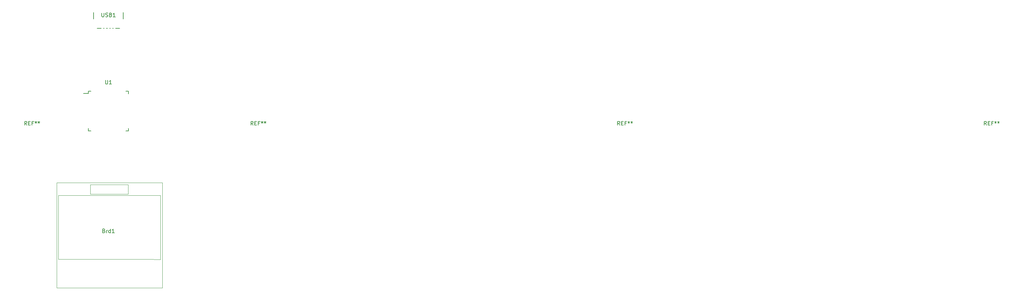
<source format=gto>
%TF.GenerationSoftware,KiCad,Pcbnew,5.1.6*%
%TF.CreationDate,2020-06-24T16:04:00+02:00*%
%TF.ProjectId,cheap_boi,63686561-705f-4626-9f69-2e6b69636164,rev?*%
%TF.SameCoordinates,Original*%
%TF.FileFunction,Legend,Top*%
%TF.FilePolarity,Positive*%
%FSLAX46Y46*%
G04 Gerber Fmt 4.6, Leading zero omitted, Abs format (unit mm)*
G04 Created by KiCad (PCBNEW 5.1.6) date 2020-06-24 16:04:00*
%MOMM*%
%LPD*%
G01*
G04 APERTURE LIST*
%ADD10C,0.120000*%
%ADD11C,0.150000*%
%ADD12C,1.850000*%
%ADD13C,4.087800*%
%ADD14C,5.400000*%
%ADD15O,1.700000X2.100000*%
%ADD16O,1.800000X2.800000*%
%ADD17R,0.600000X2.350000*%
%ADD18R,0.650000X1.600000*%
%ADD19R,1.600000X0.650000*%
G04 APERTURE END LIST*
D10*
%TO.C,Brd1*%
X115055600Y-83845900D02*
X114801600Y-83857900D01*
X115055600Y-100482900D02*
X115055600Y-83845900D01*
X111715600Y-100457900D02*
X115055600Y-100482900D01*
X111715600Y-83857900D02*
X114801600Y-83857900D01*
X96894600Y-81051900D02*
X96894600Y-83464900D01*
X106673600Y-83464900D02*
X96894600Y-83464900D01*
X106673600Y-81051900D02*
X106673600Y-83464900D01*
X96894600Y-81051900D02*
X106673600Y-81051900D01*
X88615600Y-83857900D02*
X111715600Y-83857900D01*
X88615600Y-100457900D02*
X88615600Y-83857900D01*
X111715600Y-100457900D02*
X88615600Y-100457900D01*
X88193600Y-107862900D02*
X88193600Y-80562900D01*
X115593600Y-107862900D02*
X88193600Y-107862900D01*
X115593600Y-80562900D02*
X115593600Y-107862900D01*
X88193600Y-80562900D02*
X115593600Y-80562900D01*
D11*
%TO.C,USB1*%
X105443600Y-34922800D02*
X105443600Y-40372800D01*
X97743600Y-34922800D02*
X97743600Y-40372800D01*
X105443600Y-40372800D02*
X97743600Y-40372800D01*
%TO.C,U1*%
X96418600Y-57308600D02*
X95143600Y-57308600D01*
X106768600Y-56733600D02*
X106093600Y-56733600D01*
X106768600Y-67083600D02*
X106093600Y-67083600D01*
X96418600Y-67083600D02*
X97093600Y-67083600D01*
X96418600Y-56733600D02*
X97093600Y-56733600D01*
X96418600Y-67083600D02*
X96418600Y-66408600D01*
X106768600Y-67083600D02*
X106768600Y-66408600D01*
X106768600Y-56733600D02*
X106768600Y-57408600D01*
X96418600Y-56733600D02*
X96418600Y-57308600D01*
%TO.C,REF\u002A\u002A*%
X329639566Y-65585380D02*
X329306233Y-65109190D01*
X329068138Y-65585380D02*
X329068138Y-64585380D01*
X329449090Y-64585380D01*
X329544328Y-64633000D01*
X329591947Y-64680619D01*
X329639566Y-64775857D01*
X329639566Y-64918714D01*
X329591947Y-65013952D01*
X329544328Y-65061571D01*
X329449090Y-65109190D01*
X329068138Y-65109190D01*
X330068138Y-65061571D02*
X330401471Y-65061571D01*
X330544328Y-65585380D02*
X330068138Y-65585380D01*
X330068138Y-64585380D01*
X330544328Y-64585380D01*
X331306233Y-65061571D02*
X330972900Y-65061571D01*
X330972900Y-65585380D02*
X330972900Y-64585380D01*
X331449090Y-64585380D01*
X331972900Y-64585380D02*
X331972900Y-64823476D01*
X331734804Y-64728238D02*
X331972900Y-64823476D01*
X332210995Y-64728238D01*
X331830042Y-65013952D02*
X331972900Y-64823476D01*
X332115757Y-65013952D01*
X332734804Y-64585380D02*
X332734804Y-64823476D01*
X332496709Y-64728238D02*
X332734804Y-64823476D01*
X332972900Y-64728238D01*
X332591947Y-65013952D02*
X332734804Y-64823476D01*
X332877661Y-65013952D01*
X234395566Y-65585380D02*
X234062233Y-65109190D01*
X233824138Y-65585380D02*
X233824138Y-64585380D01*
X234205090Y-64585380D01*
X234300328Y-64633000D01*
X234347947Y-64680619D01*
X234395566Y-64775857D01*
X234395566Y-64918714D01*
X234347947Y-65013952D01*
X234300328Y-65061571D01*
X234205090Y-65109190D01*
X233824138Y-65109190D01*
X234824138Y-65061571D02*
X235157471Y-65061571D01*
X235300328Y-65585380D02*
X234824138Y-65585380D01*
X234824138Y-64585380D01*
X235300328Y-64585380D01*
X236062233Y-65061571D02*
X235728900Y-65061571D01*
X235728900Y-65585380D02*
X235728900Y-64585380D01*
X236205090Y-64585380D01*
X236728900Y-64585380D02*
X236728900Y-64823476D01*
X236490804Y-64728238D02*
X236728900Y-64823476D01*
X236966995Y-64728238D01*
X236586042Y-65013952D02*
X236728900Y-64823476D01*
X236871757Y-65013952D01*
X237490804Y-64585380D02*
X237490804Y-64823476D01*
X237252709Y-64728238D02*
X237490804Y-64823476D01*
X237728900Y-64728238D01*
X237347947Y-65013952D02*
X237490804Y-64823476D01*
X237633661Y-65013952D01*
X139166666Y-65585380D02*
X138833333Y-65109190D01*
X138595238Y-65585380D02*
X138595238Y-64585380D01*
X138976190Y-64585380D01*
X139071428Y-64633000D01*
X139119047Y-64680619D01*
X139166666Y-64775857D01*
X139166666Y-64918714D01*
X139119047Y-65013952D01*
X139071428Y-65061571D01*
X138976190Y-65109190D01*
X138595238Y-65109190D01*
X139595238Y-65061571D02*
X139928571Y-65061571D01*
X140071428Y-65585380D02*
X139595238Y-65585380D01*
X139595238Y-64585380D01*
X140071428Y-64585380D01*
X140833333Y-65061571D02*
X140500000Y-65061571D01*
X140500000Y-65585380D02*
X140500000Y-64585380D01*
X140976190Y-64585380D01*
X141500000Y-64585380D02*
X141500000Y-64823476D01*
X141261904Y-64728238D02*
X141500000Y-64823476D01*
X141738095Y-64728238D01*
X141357142Y-65013952D02*
X141500000Y-64823476D01*
X141642857Y-65013952D01*
X142261904Y-64585380D02*
X142261904Y-64823476D01*
X142023809Y-64728238D02*
X142261904Y-64823476D01*
X142500000Y-64728238D01*
X142119047Y-65013952D02*
X142261904Y-64823476D01*
X142404761Y-65013952D01*
X80417766Y-65585380D02*
X80084433Y-65109190D01*
X79846338Y-65585380D02*
X79846338Y-64585380D01*
X80227290Y-64585380D01*
X80322528Y-64633000D01*
X80370147Y-64680619D01*
X80417766Y-64775857D01*
X80417766Y-64918714D01*
X80370147Y-65013952D01*
X80322528Y-65061571D01*
X80227290Y-65109190D01*
X79846338Y-65109190D01*
X80846338Y-65061571D02*
X81179671Y-65061571D01*
X81322528Y-65585380D02*
X80846338Y-65585380D01*
X80846338Y-64585380D01*
X81322528Y-64585380D01*
X82084433Y-65061571D02*
X81751100Y-65061571D01*
X81751100Y-65585380D02*
X81751100Y-64585380D01*
X82227290Y-64585380D01*
X82751100Y-64585380D02*
X82751100Y-64823476D01*
X82513004Y-64728238D02*
X82751100Y-64823476D01*
X82989195Y-64728238D01*
X82608242Y-65013952D02*
X82751100Y-64823476D01*
X82893957Y-65013952D01*
X83513004Y-64585380D02*
X83513004Y-64823476D01*
X83274909Y-64728238D02*
X83513004Y-64823476D01*
X83751100Y-64728238D01*
X83370147Y-65013952D02*
X83513004Y-64823476D01*
X83655861Y-65013952D01*
%TO.C,Brd1*%
X100426933Y-93045471D02*
X100569790Y-93093090D01*
X100617409Y-93140709D01*
X100665028Y-93235947D01*
X100665028Y-93378804D01*
X100617409Y-93474042D01*
X100569790Y-93521661D01*
X100474552Y-93569280D01*
X100093600Y-93569280D01*
X100093600Y-92569280D01*
X100426933Y-92569280D01*
X100522171Y-92616900D01*
X100569790Y-92664519D01*
X100617409Y-92759757D01*
X100617409Y-92854995D01*
X100569790Y-92950233D01*
X100522171Y-92997852D01*
X100426933Y-93045471D01*
X100093600Y-93045471D01*
X101093600Y-93569280D02*
X101093600Y-92902614D01*
X101093600Y-93093090D02*
X101141219Y-92997852D01*
X101188838Y-92950233D01*
X101284076Y-92902614D01*
X101379314Y-92902614D01*
X102141219Y-93569280D02*
X102141219Y-92569280D01*
X102141219Y-93521661D02*
X102045980Y-93569280D01*
X101855504Y-93569280D01*
X101760266Y-93521661D01*
X101712647Y-93474042D01*
X101665028Y-93378804D01*
X101665028Y-93093090D01*
X101712647Y-92997852D01*
X101760266Y-92950233D01*
X101855504Y-92902614D01*
X102045980Y-92902614D01*
X102141219Y-92950233D01*
X103141219Y-93569280D02*
X102569790Y-93569280D01*
X102855504Y-93569280D02*
X102855504Y-92569280D01*
X102760266Y-92712138D01*
X102665028Y-92807376D01*
X102569790Y-92854995D01*
%TO.C,USB1*%
X99855504Y-36407180D02*
X99855504Y-37216704D01*
X99903123Y-37311942D01*
X99950742Y-37359561D01*
X100045980Y-37407180D01*
X100236457Y-37407180D01*
X100331695Y-37359561D01*
X100379314Y-37311942D01*
X100426933Y-37216704D01*
X100426933Y-36407180D01*
X100855504Y-37359561D02*
X100998361Y-37407180D01*
X101236457Y-37407180D01*
X101331695Y-37359561D01*
X101379314Y-37311942D01*
X101426933Y-37216704D01*
X101426933Y-37121466D01*
X101379314Y-37026228D01*
X101331695Y-36978609D01*
X101236457Y-36930990D01*
X101045980Y-36883371D01*
X100950742Y-36835752D01*
X100903123Y-36788133D01*
X100855504Y-36692895D01*
X100855504Y-36597657D01*
X100903123Y-36502419D01*
X100950742Y-36454800D01*
X101045980Y-36407180D01*
X101284076Y-36407180D01*
X101426933Y-36454800D01*
X102188838Y-36883371D02*
X102331695Y-36930990D01*
X102379314Y-36978609D01*
X102426933Y-37073847D01*
X102426933Y-37216704D01*
X102379314Y-37311942D01*
X102331695Y-37359561D01*
X102236457Y-37407180D01*
X101855504Y-37407180D01*
X101855504Y-36407180D01*
X102188838Y-36407180D01*
X102284076Y-36454800D01*
X102331695Y-36502419D01*
X102379314Y-36597657D01*
X102379314Y-36692895D01*
X102331695Y-36788133D01*
X102284076Y-36835752D01*
X102188838Y-36883371D01*
X101855504Y-36883371D01*
X103379314Y-37407180D02*
X102807885Y-37407180D01*
X103093600Y-37407180D02*
X103093600Y-36407180D01*
X102998361Y-36550038D01*
X102903123Y-36645276D01*
X102807885Y-36692895D01*
%TO.C,U1*%
X100831695Y-53910980D02*
X100831695Y-54720504D01*
X100879314Y-54815742D01*
X100926933Y-54863361D01*
X101022171Y-54910980D01*
X101212647Y-54910980D01*
X101307885Y-54863361D01*
X101355504Y-54815742D01*
X101403123Y-54720504D01*
X101403123Y-53910980D01*
X102403123Y-54910980D02*
X101831695Y-54910980D01*
X102117409Y-54910980D02*
X102117409Y-53910980D01*
X102022171Y-54053838D01*
X101926933Y-54149076D01*
X101831695Y-54196695D01*
%TD*%
%LPC*%
D12*
%TO.C,MX0C1*%
X345598750Y-42862500D03*
X335438750Y-42862500D03*
D13*
X340518750Y-42862500D03*
%TD*%
D14*
%TO.C,REF\u002A\u002A*%
X330972900Y-71433000D03*
%TD*%
%TO.C,REF\u002A\u002A*%
X235728900Y-71433000D03*
%TD*%
%TO.C,REF\u002A\u002A*%
X140500000Y-71433000D03*
%TD*%
%TO.C,REF\u002A\u002A*%
X81751100Y-71433000D03*
%TD*%
D15*
%TO.C,Brd1*%
X100513600Y-82262900D03*
X97973600Y-82262900D03*
X103053600Y-82262900D03*
X105593600Y-82262900D03*
%TD*%
D12*
%TO.C,MX15*%
X212248750Y-61912500D03*
X202088750Y-61912500D03*
D13*
X207168750Y-61912500D03*
%TD*%
D16*
%TO.C,USB1*%
X105243600Y-34922800D03*
X97943600Y-34922800D03*
X97943600Y-39422800D03*
X105243600Y-39422800D03*
D17*
X103193600Y-39422800D03*
X102393600Y-39422800D03*
X101593600Y-39422800D03*
X100793600Y-39422800D03*
X99993600Y-39422800D03*
%TD*%
D18*
%TO.C,U1*%
X97593600Y-56208600D03*
X98393600Y-56208600D03*
X99193600Y-56208600D03*
X99993600Y-56208600D03*
X100793600Y-56208600D03*
X101593600Y-56208600D03*
X102393600Y-56208600D03*
X103193600Y-56208600D03*
X103993600Y-56208600D03*
X104793600Y-56208600D03*
X105593600Y-56208600D03*
D19*
X107293600Y-57908600D03*
X107293600Y-58708600D03*
X107293600Y-59508600D03*
X107293600Y-60308600D03*
X107293600Y-61108600D03*
X107293600Y-61908600D03*
X107293600Y-62708600D03*
X107293600Y-63508600D03*
X107293600Y-64308600D03*
X107293600Y-65108600D03*
X107293600Y-65908600D03*
D18*
X105593600Y-67608600D03*
X104793600Y-67608600D03*
X103993600Y-67608600D03*
X103193600Y-67608600D03*
X102393600Y-67608600D03*
X101593600Y-67608600D03*
X100793600Y-67608600D03*
X99993600Y-67608600D03*
X99193600Y-67608600D03*
X98393600Y-67608600D03*
X97593600Y-67608600D03*
D19*
X95893600Y-65908600D03*
X95893600Y-65108600D03*
X95893600Y-64308600D03*
X95893600Y-63508600D03*
X95893600Y-62708600D03*
X95893600Y-61908600D03*
X95893600Y-61108600D03*
X95893600Y-60308600D03*
X95893600Y-59508600D03*
X95893600Y-58708600D03*
X95893600Y-57908600D03*
%TD*%
D12*
%TO.C,MX3C1*%
X345598750Y-100012500D03*
X335438750Y-100012500D03*
D13*
X340518750Y-100012500D03*
%TD*%
D12*
%TO.C,MX3B1*%
X326548750Y-100012500D03*
X316388750Y-100012500D03*
D13*
X321468750Y-100012500D03*
%TD*%
D12*
%TO.C,MX3A1*%
X307498750Y-100012500D03*
X297338750Y-100012500D03*
D13*
X302418750Y-100012500D03*
%TD*%
D12*
%TO.C,MX2C1*%
X345598750Y-80962500D03*
X335438750Y-80962500D03*
D13*
X340518750Y-80962500D03*
%TD*%
D12*
%TO.C,MX2B1*%
X326548750Y-80962500D03*
X316388750Y-80962500D03*
D13*
X321468750Y-80962500D03*
%TD*%
D12*
%TO.C,MX2A1*%
X307498750Y-80962500D03*
X297338750Y-80962500D03*
D13*
X302418750Y-80962500D03*
%TD*%
D12*
%TO.C,MX1C1*%
X345598750Y-61912500D03*
X335438750Y-61912500D03*
D13*
X340518750Y-61912500D03*
%TD*%
D12*
%TO.C,MX1B1*%
X326548750Y-61912500D03*
X316388750Y-61912500D03*
D13*
X321468750Y-61912500D03*
%TD*%
D12*
%TO.C,MX1A1*%
X307498750Y-61912500D03*
X297338750Y-61912500D03*
D13*
X302418750Y-61912500D03*
%TD*%
D12*
%TO.C,MX0B1*%
X326548750Y-42862500D03*
X316388750Y-42862500D03*
D13*
X321468750Y-42862500D03*
%TD*%
D12*
%TO.C,MX0A1*%
X307498750Y-42862500D03*
X297338750Y-42862500D03*
D13*
X302418750Y-42862500D03*
%TD*%
D12*
%TO.C,MX39*%
X288448750Y-100012500D03*
X278288750Y-100012500D03*
D13*
X283368750Y-100012500D03*
%TD*%
D12*
%TO.C,MX38*%
X269398750Y-100012500D03*
X259238750Y-100012500D03*
D13*
X264318750Y-100012500D03*
%TD*%
D12*
%TO.C,MX37*%
X250348750Y-100012500D03*
X240188750Y-100012500D03*
D13*
X245268750Y-100012500D03*
%TD*%
D12*
%TO.C,MX36*%
X231298750Y-100012500D03*
X221138750Y-100012500D03*
D13*
X226218750Y-100012500D03*
%TD*%
D12*
%TO.C,MX35*%
X212248750Y-100012500D03*
X202088750Y-100012500D03*
D13*
X207168750Y-100012500D03*
%TD*%
D12*
%TO.C,MX34*%
X193198750Y-100012500D03*
X183038750Y-100012500D03*
D13*
X188118750Y-100012500D03*
%TD*%
D12*
%TO.C,MX33*%
X174148750Y-100012500D03*
X163988750Y-100012500D03*
D13*
X169068750Y-100012500D03*
%TD*%
D12*
%TO.C,MX32*%
X155098750Y-100012500D03*
X144938750Y-100012500D03*
D13*
X150018750Y-100012500D03*
%TD*%
D12*
%TO.C,MX31*%
X136048750Y-100012500D03*
X125888750Y-100012500D03*
D13*
X130968750Y-100012500D03*
%TD*%
D12*
%TO.C,MX30*%
X77311250Y-100012500D03*
X67151250Y-100012500D03*
D13*
X72231250Y-100012500D03*
%TD*%
D12*
%TO.C,MX29*%
X288448750Y-80962500D03*
X278288750Y-80962500D03*
D13*
X283368750Y-80962500D03*
%TD*%
D12*
%TO.C,MX28*%
X269398750Y-80962500D03*
X259238750Y-80962500D03*
D13*
X264318750Y-80962500D03*
%TD*%
D12*
%TO.C,MX27*%
X250348750Y-80962500D03*
X240188750Y-80962500D03*
D13*
X245268750Y-80962500D03*
%TD*%
D12*
%TO.C,MX26*%
X231298750Y-80962500D03*
X221138750Y-80962500D03*
D13*
X226218750Y-80962500D03*
%TD*%
D12*
%TO.C,MX25*%
X212248750Y-80962500D03*
X202088750Y-80962500D03*
D13*
X207168750Y-80962500D03*
%TD*%
D12*
%TO.C,MX24*%
X193198750Y-80962500D03*
X183038750Y-80962500D03*
D13*
X188118750Y-80962500D03*
%TD*%
D12*
%TO.C,MX23*%
X174148750Y-80962500D03*
X163988750Y-80962500D03*
D13*
X169068750Y-80962500D03*
%TD*%
D12*
%TO.C,MX22*%
X155098750Y-80962500D03*
X144938750Y-80962500D03*
D13*
X150018750Y-80962500D03*
%TD*%
D12*
%TO.C,MX21*%
X136048750Y-80962500D03*
X125888750Y-80962500D03*
D13*
X130968750Y-80962500D03*
%TD*%
D12*
%TO.C,MX20*%
X77311250Y-80962500D03*
X67151250Y-80962500D03*
D13*
X72231250Y-80962500D03*
%TD*%
D12*
%TO.C,MX19*%
X288448750Y-61912500D03*
X278288750Y-61912500D03*
D13*
X283368750Y-61912500D03*
%TD*%
D12*
%TO.C,MX18*%
X269398750Y-61912500D03*
X259238750Y-61912500D03*
D13*
X264318750Y-61912500D03*
%TD*%
D12*
%TO.C,MX17*%
X250348750Y-61912500D03*
X240188750Y-61912500D03*
D13*
X245268750Y-61912500D03*
%TD*%
D12*
%TO.C,MX16*%
X231298750Y-61912500D03*
X221138750Y-61912500D03*
D13*
X226218750Y-61912500D03*
%TD*%
D12*
%TO.C,MX14*%
X193198750Y-61912500D03*
X183038750Y-61912500D03*
D13*
X188118750Y-61912500D03*
%TD*%
D12*
%TO.C,MX13*%
X174148750Y-61912500D03*
X163988750Y-61912500D03*
D13*
X169068750Y-61912500D03*
%TD*%
D12*
%TO.C,MX12*%
X155098750Y-61912500D03*
X144938750Y-61912500D03*
D13*
X150018750Y-61912500D03*
%TD*%
D12*
%TO.C,MX11*%
X136048750Y-61912500D03*
X125888750Y-61912500D03*
D13*
X130968750Y-61912500D03*
%TD*%
D12*
%TO.C,MX10*%
X77311250Y-61912500D03*
X67151250Y-61912500D03*
D13*
X72231250Y-61912500D03*
%TD*%
D12*
%TO.C,MX9*%
X288448750Y-42862500D03*
X278288750Y-42862500D03*
D13*
X283368750Y-42862500D03*
%TD*%
D12*
%TO.C,MX8*%
X269398750Y-42862500D03*
X259238750Y-42862500D03*
D13*
X264318750Y-42862500D03*
%TD*%
D12*
%TO.C,MX7*%
X250348750Y-42862500D03*
X240188750Y-42862500D03*
D13*
X245268750Y-42862500D03*
%TD*%
D12*
%TO.C,MX6*%
X231298750Y-42862500D03*
X221138750Y-42862500D03*
D13*
X226218750Y-42862500D03*
%TD*%
D12*
%TO.C,MX5*%
X212248750Y-42862500D03*
X202088750Y-42862500D03*
D13*
X207168750Y-42862500D03*
%TD*%
D12*
%TO.C,MX4*%
X193198750Y-42862500D03*
X183038750Y-42862500D03*
D13*
X188118750Y-42862500D03*
%TD*%
D12*
%TO.C,MX3*%
X174148750Y-42862500D03*
X163988750Y-42862500D03*
D13*
X169068750Y-42862500D03*
%TD*%
D12*
%TO.C,MX2*%
X155098750Y-42862500D03*
X144938750Y-42862500D03*
D13*
X150018750Y-42862500D03*
%TD*%
D12*
%TO.C,MX1*%
X136048750Y-42862500D03*
X125888750Y-42862500D03*
D13*
X130968750Y-42862500D03*
%TD*%
D12*
%TO.C,MX0*%
X77311250Y-42862500D03*
X67151250Y-42862500D03*
D13*
X72231250Y-42862500D03*
%TD*%
M02*

</source>
